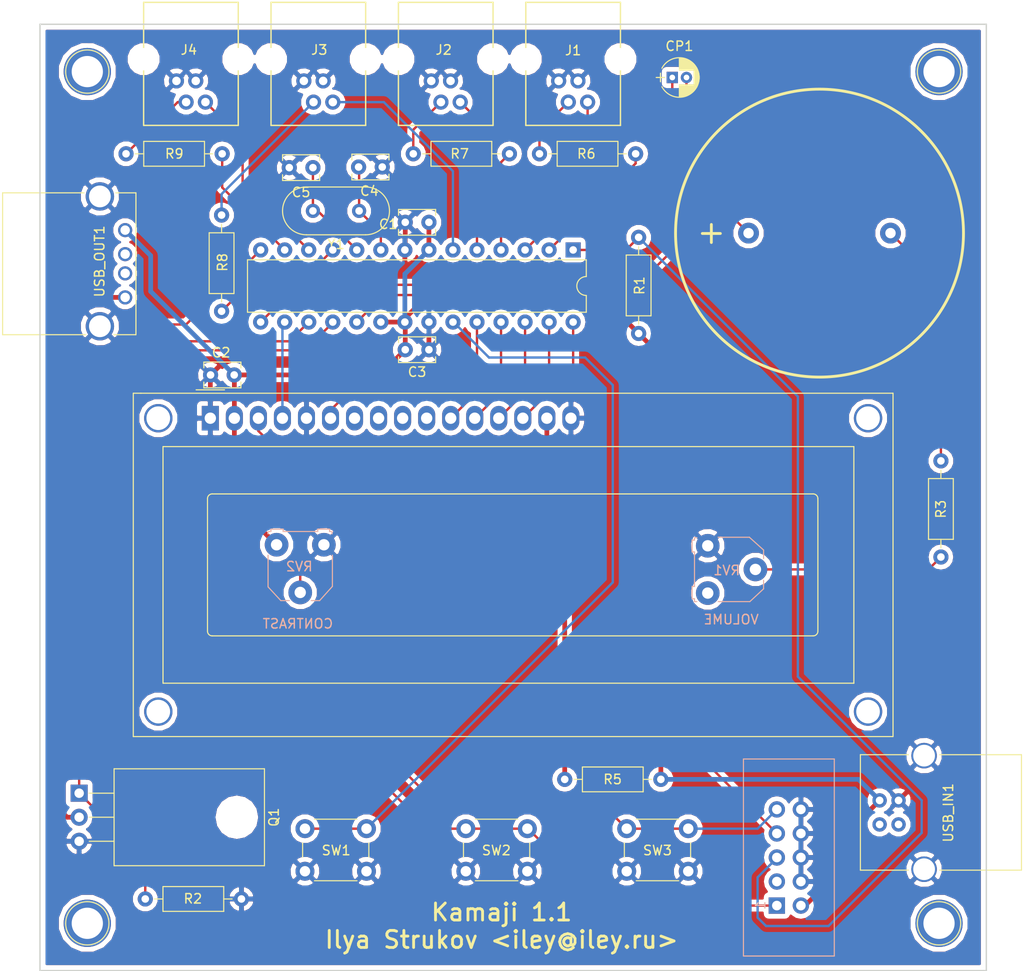
<source format=kicad_pcb>
(kicad_pcb (version 4) (host pcbnew 4.0.6)
  (title_block (title Kamaji) (rev 1.1))
  (layers (0 F.Cu signal) (31 B.Cu signal) (34 B.Paste user) (35 F.Paste user) (36 B.SilkS user) (37 F.SilkS user) (38 B.Mask user) (39 F.Mask user) (44 Edge.Cuts user))
  (net 0 "")
  (net 1 VCC)
  (net 2 GND)
  (net 3 "Net-(DS1-Pad3)")
  (net 4 LCD_RS)
  (net 5 LCD_EN)
  (net 6 LCD_D0)
  (net 7 LCD_D1)
  (net 8 LCD_D2)
  (net 9 LCD_D3)
  (net 10 "Net-(DS1-Pad15)")
  (net 11 PBTN1)
  (net 12 "Net-(J2-Pad2)")
  (net 13 PBTN2)
  (net 14 "Net-(J3-Pad2)")
  (net 15 "Net-(J4-Pad2)")
  (net 16 CBTN3)
  (net 17 SCK)
  (net 18 CBTN2)
  (net 19 RST)
  (net 20 "Net-(LS1-Pad2)")
  (net 21 SND)
  (net 22 LAMP)
  (net 23 PLED1)
  (net 24 PLED2)
  (net 25 CBTN1)
  (net 26 PBTN3)
  (net 27 PLED3)
  (net 28 PBTN4)
  (net 29 PLED4)
  (net 30 "Net-(Q1-Pad2)")
  (net 31 "Net-(R3-Pad2)")
  (net 32 "Net-(DS1-Pad7)")
  (net 33 "Net-(DS1-Pad8)")
  (net 34 "Net-(DS1-Pad9)")
  (net 35 "Net-(DS1-Pad10)")
  (net 36 "Net-(RV1-Pad1)")
  (net 37 "Net-(USB_IN1-Pad2)")
  (net 38 "Net-(USB_IN1-Pad3)")
  (net 39 "Net-(USB_OUT1-Pad3)")
  (net 40 "Net-(USB_OUT1-Pad2)")
  (net 41 "Net-(CP1-Pad2)")
  (net 42 "Net-(JP1-Pad3)")
  (net 43 "Net-(J1-Pad2)")
  (net 44 XTAL1)
  (net 45 XTAL2)
  (module Housings_DIP:DIP-28_W7.62mm (layer F.Cu) (at 156.337 53.848 270)
    (fp_text reference U1 hide)
    (fp_text value ATMEGA328P-PU)
    (pad 1 thru_hole rect (at 0 0 270) (size 1.6 1.6) (drill 0.8) (layers *.Cu *.Mask) (net 19 RST))
    (pad 15 thru_hole oval (at 7.62 33.02 270) (size 1.6 1.6) (drill 0.8) (layers *.Cu *.Mask) (net 21 SND))
    (pad 2 thru_hole oval (at 0 2.54 270) (size 1.6 1.6) (drill 0.8) (layers *.Cu *.Mask) (net 23 PLED1))
    (pad 16 thru_hole oval (at 7.62 30.48 270) (size 1.6 1.6) (drill 0.8) (layers *.Cu *.Mask) (net 4 LCD_RS))
    (pad 3 thru_hole oval (at 0 5.08 270) (size 1.6 1.6) (drill 0.8) (layers *.Cu *.Mask) (net 11 PBTN1))
    (pad 17 thru_hole oval (at 7.62 27.94 270) (size 1.6 1.6) (drill 0.8) (layers *.Cu *.Mask) (net 18 CBTN2))
    (pad 4 thru_hole oval (at 0 7.62 270) (size 1.6 1.6) (drill 0.8) (layers *.Cu *.Mask) (net 24 PLED2))
    (pad 18 thru_hole oval (at 7.62 25.4 270) (size 1.6 1.6) (drill 0.8) (layers *.Cu *.Mask) (net 16 CBTN3))
    (pad 5 thru_hole oval (at 0 10.16 270) (size 1.6 1.6) (drill 0.8) (layers *.Cu *.Mask) (net 13 PBTN2))
    (pad 19 thru_hole oval (at 7.62 22.86 270) (size 1.6 1.6) (drill 0.8) (layers *.Cu *.Mask) (net 17 SCK))
    (pad 6 thru_hole oval (at 0 12.7 270) (size 1.6 1.6) (drill 0.8) (layers *.Cu *.Mask) (net 26 PBTN3))
    (pad 20 thru_hole oval (at 7.62 20.32 270) (size 1.6 1.6) (drill 0.8) (layers *.Cu *.Mask) (net 1 VCC))
    (pad 7 thru_hole oval (at 0 15.24 270) (size 1.6 1.6) (drill 0.8) (layers *.Cu *.Mask) (net 1 VCC))
    (pad 21 thru_hole oval (at 7.62 17.78 270) (size 1.6 1.6) (drill 0.8) (layers *.Cu *.Mask) (net 1 VCC))
    (pad 8 thru_hole oval (at 0 17.78 270) (size 1.6 1.6) (drill 0.8) (layers *.Cu *.Mask) (net 2 GND))
    (pad 22 thru_hole oval (at 7.62 15.24 270) (size 1.6 1.6) (drill 0.8) (layers *.Cu *.Mask) (net 2 GND))
    (pad 9 thru_hole oval (at 0 20.32 270) (size 1.6 1.6) (drill 0.8) (layers *.Cu *.Mask) (net 44 XTAL1))
    (pad 23 thru_hole oval (at 7.62 12.7 270) (size 1.6 1.6) (drill 0.8) (layers *.Cu *.Mask) (net 25 CBTN1))
    (pad 10 thru_hole oval (at 0 22.86 270) (size 1.6 1.6) (drill 0.8) (layers *.Cu *.Mask) (net 45 XTAL2))
    (pad 24 thru_hole oval (at 7.62 10.16 270) (size 1.6 1.6) (drill 0.8) (layers *.Cu *.Mask) (net 5 LCD_EN))
    (pad 11 thru_hole oval (at 0 25.4 270) (size 1.6 1.6) (drill 0.8) (layers *.Cu *.Mask) (net 27 PLED3))
    (pad 25 thru_hole oval (at 7.62 7.62 270) (size 1.6 1.6) (drill 0.8) (layers *.Cu *.Mask) (net 6 LCD_D0))
    (pad 12 thru_hole oval (at 0 27.94 270) (size 1.6 1.6) (drill 0.8) (layers *.Cu *.Mask) (net 28 PBTN4))
    (pad 26 thru_hole oval (at 7.62 5.08 270) (size 1.6 1.6) (drill 0.8) (layers *.Cu *.Mask) (net 7 LCD_D1))
    (pad 13 thru_hole oval (at 0 30.48 270) (size 1.6 1.6) (drill 0.8) (layers *.Cu *.Mask) (net 29 PLED4))
    (pad 27 thru_hole oval (at 7.62 2.54 270) (size 1.6 1.6) (drill 0.8) (layers *.Cu *.Mask) (net 8 LCD_D2))
    (pad 14 thru_hole oval (at 0 33.02 270) (size 1.6 1.6) (drill 0.8) (layers *.Cu *.Mask) (net 22 LAMP))
    (pad 28 thru_hole oval (at 7.62 0 270) (size 1.6 1.6) (drill 0.8) (layers *.Cu *.Mask) (net 9 LCD_D3))
  )
  (module Displays:WC1602A (layer F.Cu) (at 118 71.628)
    (fp_text reference DS1 hide)
    (fp_text value LCD-016N002L)
    (pad 1 thru_hole rect (at 0 0) (size 1.8 2.6) (drill 1.2) (layers *.Cu *.Mask) (net 2 GND))
    (pad 2 thru_hole oval (at 2.54 0) (size 1.8 2.6) (drill 1.2) (layers *.Cu *.Mask) (net 1 VCC))
    (pad 3 thru_hole oval (at 5.08 0) (size 1.8 2.6) (drill 1.2) (layers *.Cu *.Mask) (net 3 "Net-(DS1-Pad3)"))
    (pad 4 thru_hole oval (at 7.62 0) (size 1.8 2.6) (drill 1.2) (layers *.Cu *.Mask) (net 4 LCD_RS))
    (pad 5 thru_hole oval (at 10.16 0) (size 1.8 2.6) (drill 1.2) (layers *.Cu *.Mask) (net 2 GND))
    (pad 6 thru_hole oval (at 12.7 0) (size 1.8 2.6) (drill 1.2) (layers *.Cu *.Mask) (net 5 LCD_EN))
    (pad 7 thru_hole oval (at 15.24 0) (size 1.8 2.6) (drill 1.2) (layers *.Cu *.Mask) (net 32 "Net-(DS1-Pad7)"))
    (pad 8 thru_hole oval (at 17.78 0) (size 1.8 2.6) (drill 1.2) (layers *.Cu *.Mask) (net 33 "Net-(DS1-Pad8)"))
    (pad 9 thru_hole oval (at 20.32 0) (size 1.8 2.6) (drill 1.2) (layers *.Cu *.Mask) (net 34 "Net-(DS1-Pad9)"))
    (pad 10 thru_hole oval (at 22.86 0) (size 1.8 2.6) (drill 1.2) (layers *.Cu *.Mask) (net 35 "Net-(DS1-Pad10)"))
    (pad 11 thru_hole oval (at 25.4 0) (size 1.8 2.6) (drill 1.2) (layers *.Cu *.Mask) (net 6 LCD_D0))
    (pad 12 thru_hole oval (at 27.94 0) (size 1.8 2.6) (drill 1.2) (layers *.Cu *.Mask) (net 7 LCD_D1))
    (pad 13 thru_hole oval (at 30.48 0) (size 1.8 2.6) (drill 1.2) (layers *.Cu *.Mask) (net 8 LCD_D2))
    (pad 14 thru_hole oval (at 33.02 0) (size 1.8 2.6) (drill 1.2) (layers *.Cu *.Mask) (net 9 LCD_D3))
    (pad 15 thru_hole oval (at 35.56 0) (size 1.8 2.6) (drill 1.2) (layers *.Cu *.Mask) (net 10 "Net-(DS1-Pad15)"))
    (pad 16 thru_hole oval (at 38.1 0) (size 1.8 2.6) (drill 1.2) (layers *.Cu *.Mask) (net 2 GND))
    (pad "" thru_hole circle (at -5.4991 0) (size 3 3) (drill 2.5) (layers *.Cu *.Mask))
    (pad "" thru_hole circle (at -5.4991 31.0007) (size 3 3) (drill 2.5) (layers *.Cu *.Mask))
    (pad "" thru_hole circle (at 69.49948 31.0007) (size 3 3) (drill 2.5) (layers *.Cu *.Mask))
    (pad "" thru_hole circle (at 69.5 0) (size 3 3) (drill 2.5) (layers *.Cu *.Mask))
  )
  (module Connectors:1pin (layer F.Cu) (at 195 35)
    (fp_text reference REF** hide)
    (fp_text value 1pin hide)
    (pad 1 thru_hole circle (at 0 0) (size 5 5) (drill 3.3) (layers *.Cu *.Mask))
  )
  (module Connectors:1pin (layer F.Cu) (at 195 125)
    (fp_text reference REF** hide)
    (fp_text value 1pin hide)
    (pad 1 thru_hole circle (at 0 0) (size 5 5) (drill 3.3) (layers *.Cu *.Mask))
  )
  (module Connectors:1pin (layer F.Cu) (at 105 125)
    (fp_text reference REF** hide)
    (fp_text value 1pin hide)
    (pad 1 thru_hole circle (at 0 0) (size 5 5) (drill 3.3) (layers *.Cu *.Mask))
  )
  (module Capacitors_THT:C_Disc_D3.8mm_W2.6mm_P2.50mm (layer F.Cu) (at 141.097 50.927 180)
    (fp_text reference C1 (at 4.3 -0.2 180) (layer F.SilkS))
    (fp_text value 0.1uF)
    (pad 1 thru_hole circle (at 0 0 180) (size 1.6 1.6) (drill 0.8) (layers *.Cu *.Mask) (net 1 VCC))
    (pad 2 thru_hole circle (at 2.5 0 180) (size 1.6 1.6) (drill 0.8) (layers *.Cu *.Mask) (net 2 GND))
  )
  (module Capacitors_THT:C_Disc_D3.8mm_W2.6mm_P2.50mm (layer F.Cu) (at 120.523 67.056 180)
    (fp_text reference C2 (at 1.382 2.356 180) (layer F.SilkS))
    (fp_text value 0.1uF)
    (pad 1 thru_hole circle (at 0 0 180) (size 1.6 1.6) (drill 0.8) (layers *.Cu *.Mask) (net 1 VCC))
    (pad 2 thru_hole circle (at 2.5 0 180) (size 1.6 1.6) (drill 0.8) (layers *.Cu *.Mask) (net 2 GND))
  )
  (module kamaji:RJ10 (layer F.Cu) (at 142.875 27.686 180)
    (fp_text reference J2 (at 0.215 -5.02 180) (layer F.SilkS))
    (fp_text value RJ10)
    (pad 1 thru_hole circle (at 1.53 -8.3 180) (size 1.6 1.6) (drill 0.9) (layers *.Cu *.Mask) (net 2 GND))
    (pad 2 thru_hole circle (at 0.51 -10.54 180) (size 1.6 1.6) (drill 0.9) (layers *.Cu *.Mask) (net 12 "Net-(J2-Pad2)"))
    (pad 3 thru_hole circle (at -0.51 -8.3 180) (size 1.6 1.6) (drill 0.9) (layers *.Cu *.Mask) (net 2 GND))
    (pad 4 thru_hole circle (at -1.53 -10.54 180) (size 1.6 1.6) (drill 0.9) (layers *.Cu *.Mask) (net 13 PBTN2))
    (pad "" np_thru_hole circle (at 5 -6 180) (size 2.36 2.36) (drill 2.36) (layers *.Cu *.Mask))
    (pad "" np_thru_hole circle (at -5 -6 180) (size 2.36 2.36) (drill 2.36) (layers *.Cu *.Mask))
  )
  (module kamaji:RJ10 (layer F.Cu) (at 129.413 27.686 180)
    (fp_text reference J3 (at -0.1 -5.02 180) (layer F.SilkS))
    (fp_text value RJ10)
    (pad 1 thru_hole circle (at 1.53 -8.3 180) (size 1.6 1.6) (drill 0.9) (layers *.Cu *.Mask) (net 2 GND))
    (pad 2 thru_hole circle (at 0.51 -10.54 180) (size 1.6 1.6) (drill 0.9) (layers *.Cu *.Mask) (net 14 "Net-(J3-Pad2)"))
    (pad 3 thru_hole circle (at -0.51 -8.3 180) (size 1.6 1.6) (drill 0.9) (layers *.Cu *.Mask) (net 2 GND))
    (pad 4 thru_hole circle (at -1.53 -10.54 180) (size 1.6 1.6) (drill 0.9) (layers *.Cu *.Mask) (net 26 PBTN3))
    (pad "" np_thru_hole circle (at 5 -6 180) (size 2.36 2.36) (drill 2.36) (layers *.Cu *.Mask))
    (pad "" np_thru_hole circle (at -5 -6 180) (size 2.36 2.36) (drill 2.36) (layers *.Cu *.Mask))
  )
  (module kamaji:RJ10 (layer F.Cu) (at 115.951 27.686 180)
    (fp_text reference J4 (at 0.22 -5.02 180) (layer F.SilkS))
    (fp_text value RJ10)
    (pad 1 thru_hole circle (at 1.53 -8.3 180) (size 1.6 1.6) (drill 0.9) (layers *.Cu *.Mask) (net 2 GND))
    (pad 2 thru_hole circle (at 0.51 -10.54 180) (size 1.6 1.6) (drill 0.9) (layers *.Cu *.Mask) (net 15 "Net-(J4-Pad2)"))
    (pad 3 thru_hole circle (at -0.51 -8.3 180) (size 1.6 1.6) (drill 0.9) (layers *.Cu *.Mask) (net 2 GND))
    (pad 4 thru_hole circle (at -1.53 -10.54 180) (size 1.6 1.6) (drill 0.9) (layers *.Cu *.Mask) (net 28 PBTN4))
    (pad "" np_thru_hole circle (at 5 -6 180) (size 2.36 2.36) (drill 2.36) (layers *.Cu *.Mask))
    (pad "" np_thru_hole circle (at -5 -6 180) (size 2.36 2.36) (drill 2.36) (layers *.Cu *.Mask))
  )
  (module kamaji:AL-30P (layer F.Cu) (at 182.372 52.07)
    (fp_text reference LS1 hide)
    (fp_text value Speaker)
    (fp_text user + (at -11.43 -0.15) (layer F.SilkS) (effects (font (size 2.5 2.5) (thickness 0.3))))
    (pad 1 thru_hole circle (at -7.5 0) (size 2.2 2.2) (drill 1.1) (layers *.Cu *.Mask) (net 41 "Net-(CP1-Pad2)"))
    (pad 2 thru_hole circle (at 7.5 0) (size 2.2 2.2) (drill 1.1) (layers *.Cu *.Mask) (net 20 "Net-(LS1-Pad2)"))
  )
  (module Resistors_THT:R_Axial_DIN0207_L6.3mm_D2.5mm_P10.16mm_Horizontal (layer F.Cu) (at 163.2585 52.5145 270)
    (fp_text reference R1 (at 5.1 -0.1 270) (layer F.SilkS))
    (fp_text value 10K)
    (pad 1 thru_hole circle (at 0 0 270) (size 1.6 1.6) (drill 0.8) (layers *.Cu *.Mask) (net 19 RST))
    (pad 2 thru_hole oval (at 10.16 0 270) (size 1.6 1.6) (drill 0.8) (layers *.Cu *.Mask) (net 1 VCC))
  )
  (module Resistors_THT:R_Axial_DIN0207_L6.3mm_D2.5mm_P10.16mm_Horizontal (layer F.Cu) (at 111.125 122.428)
    (fp_text reference R2 (at 5.034 -0.026) (layer F.SilkS))
    (fp_text value 10K)
    (pad 1 thru_hole circle (at 0 0) (size 1.6 1.6) (drill 0.8) (layers *.Cu *.Mask) (net 22 LAMP))
    (pad 2 thru_hole oval (at 10.16 0) (size 1.6 1.6) (drill 0.8) (layers *.Cu *.Mask) (net 2 GND))
  )
  (module Resistors_THT:R_Axial_DIN0207_L6.3mm_D2.5mm_P10.16mm_Horizontal (layer F.Cu) (at 195.199 76.1365 270)
    (fp_text reference R3 (at 5.1 0 270) (layer F.SilkS))
    (fp_text value 100R)
    (pad 1 thru_hole circle (at 0 0 270) (size 1.6 1.6) (drill 0.8) (layers *.Cu *.Mask) (net 20 "Net-(LS1-Pad2)"))
    (pad 2 thru_hole oval (at 10.16 0 270) (size 1.6 1.6) (drill 0.8) (layers *.Cu *.Mask) (net 31 "Net-(R3-Pad2)"))
  )
  (module Resistors_THT:R_Axial_DIN0207_L6.3mm_D2.5mm_P10.16mm_Horizontal (layer F.Cu) (at 165.608 109.7915 180)
    (fp_text reference R5 (at 5.1 0 180) (layer F.SilkS))
    (fp_text value 220R)
    (pad 1 thru_hole circle (at 0 0 180) (size 1.6 1.6) (drill 0.8) (layers *.Cu *.Mask) (net 1 VCC))
    (pad 2 thru_hole oval (at 10.16 0 180) (size 1.6 1.6) (drill 0.8) (layers *.Cu *.Mask) (net 10 "Net-(DS1-Pad15)"))
  )
  (module Resistors_THT:R_Axial_DIN0207_L6.3mm_D2.5mm_P10.16mm_Horizontal (layer F.Cu) (at 139.446 43.688)
    (fp_text reference R7 (at 4.9 0) (layer F.SilkS))
    (fp_text value 220R)
    (pad 1 thru_hole circle (at 0 0) (size 1.6 1.6) (drill 0.8) (layers *.Cu *.Mask) (net 12 "Net-(J2-Pad2)"))
    (pad 2 thru_hole oval (at 10.16 0) (size 1.6 1.6) (drill 0.8) (layers *.Cu *.Mask) (net 24 PLED2))
  )
  (module Resistors_THT:R_Axial_DIN0207_L6.3mm_D2.5mm_P10.16mm_Horizontal (layer F.Cu) (at 119.1895 50.165 270)
    (fp_text reference R8 (at 5 -0.1 270) (layer F.SilkS))
    (fp_text value 220R)
    (pad 1 thru_hole circle (at 0 0 270) (size 1.6 1.6) (drill 0.8) (layers *.Cu *.Mask) (net 14 "Net-(J3-Pad2)"))
    (pad 2 thru_hole oval (at 10.16 0 270) (size 1.6 1.6) (drill 0.8) (layers *.Cu *.Mask) (net 27 PLED3))
  )
  (module Resistors_THT:R_Axial_DIN0207_L6.3mm_D2.5mm_P10.16mm_Horizontal (layer F.Cu) (at 109.093 43.688)
    (fp_text reference R9 (at 5.1 0) (layer F.SilkS))
    (fp_text value 220R)
    (pad 1 thru_hole circle (at 0 0) (size 1.6 1.6) (drill 0.8) (layers *.Cu *.Mask) (net 15 "Net-(J4-Pad2)"))
    (pad 2 thru_hole oval (at 10.16 0) (size 1.6 1.6) (drill 0.8) (layers *.Cu *.Mask) (net 29 PLED4))
  )
  (module Potentiometers:Potentiometer_Triwood_RM-065 (layer B.Cu) (at 170.561 90.1065 90)
    (fp_text reference RV1 (at 2.4 2 360) (layer B.SilkS) (effects (justify mirror)))
    (fp_text value POT)
    (pad 2 thru_hole circle (at 2.5 5.04 90) (size 2.5 2.5) (drill 1.2) (layers *.Cu *.Mask) (net 31 "Net-(R3-Pad2)"))
    (pad 3 thru_hole circle (at 5 0 90) (size 2.5 2.5) (drill 1.2) (layers *.Cu *.Mask) (net 2 GND))
    (pad 1 thru_hole circle (at 0 0 90) (size 2.5 2.5) (drill 1.2) (layers *.Cu *.Mask) (net 36 "Net-(RV1-Pad1)"))
  )
  (module Potentiometers:Potentiometer_Triwood_RM-065 (layer B.Cu) (at 125 85)
    (fp_text reference RV2 (at 2.4 2.3) (layer B.SilkS) (effects (justify mirror)))
    (fp_text value POT)
    (pad 2 thru_hole circle (at 2.5 5.04) (size 2.5 2.5) (drill 1.2) (layers *.Cu *.Mask) (net 3 "Net-(DS1-Pad3)"))
    (pad 3 thru_hole circle (at 5 0) (size 2.5 2.5) (drill 1.2) (layers *.Cu *.Mask) (net 2 GND))
    (pad 1 thru_hole circle (at 0 0) (size 2.5 2.5) (drill 1.2) (layers *.Cu *.Mask) (net 1 VCC))
  )
  (module Connectors:USB_B (layer F.Cu) (at 188.722 112.014)
    (fp_text reference USB_IN1 (at 7.26 1.305 90) (layer F.SilkS))
    (fp_text value USB_B)
    (pad 2 thru_hole circle (at 0 2.54 270) (size 1.52 1.52) (drill 0.81) (layers *.Cu *.Mask) (net 37 "Net-(USB_IN1-Pad2)"))
    (pad 1 thru_hole circle (at 0 0 270) (size 1.52 1.52) (drill 0.81) (layers *.Cu *.Mask) (net 1 VCC))
    (pad 4 thru_hole circle (at 2 0 270) (size 1.52 1.52) (drill 0.81) (layers *.Cu *.Mask) (net 2 GND))
    (pad 3 thru_hole circle (at 2 2.54 270) (size 1.52 1.52) (drill 0.81) (layers *.Cu *.Mask) (net 38 "Net-(USB_IN1-Pad3)"))
    (pad 5 thru_hole circle (at 4.7 7.27 270) (size 2.7 2.7) (drill 2.3) (layers *.Cu *.Mask) (net 2 GND))
    (pad 5 thru_hole circle (at 4.7 -4.73 270) (size 2.7 2.7) (drill 2.3) (layers *.Cu *.Mask) (net 2 GND))
  )
  (module Connectors:USB_A (layer F.Cu) (at 109 51.7525 270)
    (fp_text reference USB_OUT1 (at 3.3 2.7 270) (layer F.SilkS))
    (fp_text value USB_A)
    (pad 4 thru_hole circle (at 7.11 0 180) (size 1.5 1.5) (drill 1) (layers *.Cu *.Mask) (net 30 "Net-(Q1-Pad2)"))
    (pad 3 thru_hole circle (at 4.57 0 180) (size 1.5 1.5) (drill 1) (layers *.Cu *.Mask) (net 39 "Net-(USB_OUT1-Pad3)"))
    (pad 2 thru_hole circle (at 2.54 0 180) (size 1.5 1.5) (drill 1) (layers *.Cu *.Mask) (net 40 "Net-(USB_OUT1-Pad2)"))
    (pad 1 thru_hole circle (at 0 0 180) (size 1.5 1.5) (drill 1) (layers *.Cu *.Mask) (net 1 VCC))
    (pad 5 thru_hole circle (at 10.16 2.67 180) (size 3 3) (drill 2.3) (layers *.Cu *.Mask) (net 2 GND))
    (pad 5 thru_hole circle (at -3.56 2.67 180) (size 3 3) (drill 2.3) (layers *.Cu *.Mask) (net 2 GND))
  )
  (module Capacitors_THT:C_Disc_D3.8mm_W2.6mm_P2.50mm (layer F.Cu) (at 141.097 64.389 180)
    (fp_text reference C3 (at 1.25 -2.36 180) (layer F.SilkS))
    (fp_text value 0.1uF)
    (pad 1 thru_hole circle (at 0 0 180) (size 1.6 1.6) (drill 0.8) (layers *.Cu *.Mask) (net 2 GND))
    (pad 2 thru_hole circle (at 2.5 0 180) (size 1.6 1.6) (drill 0.8) (layers *.Cu *.Mask) (net 1 VCC))
  )
  (module Buttons_Switches_THT:SW_PUSH_6mm_h8.5mm (layer F.Cu) (at 128 115)
    (fp_text reference SW1 (at 3.3 2.3) (layer F.SilkS))
    (fp_text value CTRL1)
    (pad 2 thru_hole circle (at 0 4.5 90) (size 2 2) (drill 1.1) (layers *.Cu *.Mask) (net 2 GND))
    (pad 1 thru_hole circle (at 0 0 90) (size 2 2) (drill 1.1) (layers *.Cu *.Mask) (net 25 CBTN1))
    (pad 2 thru_hole circle (at 6.5 4.5 90) (size 2 2) (drill 1.1) (layers *.Cu *.Mask) (net 2 GND))
    (pad 1 thru_hole circle (at 6.5 0 90) (size 2 2) (drill 1.1) (layers *.Cu *.Mask) (net 25 CBTN1))
  )
  (module Buttons_Switches_THT:SW_PUSH_6mm_h8.5mm (layer F.Cu) (at 145 115)
    (fp_text reference SW2 (at 3.225 2.3) (layer F.SilkS))
    (fp_text value CTRL2)
    (pad 2 thru_hole circle (at 0 4.5 90) (size 2 2) (drill 1.1) (layers *.Cu *.Mask) (net 2 GND))
    (pad 1 thru_hole circle (at 0 0 90) (size 2 2) (drill 1.1) (layers *.Cu *.Mask) (net 18 CBTN2))
    (pad 2 thru_hole circle (at 6.5 4.5 90) (size 2 2) (drill 1.1) (layers *.Cu *.Mask) (net 2 GND))
    (pad 1 thru_hole circle (at 6.5 0 90) (size 2 2) (drill 1.1) (layers *.Cu *.Mask) (net 18 CBTN2))
  )
  (module Buttons_Switches_THT:SW_PUSH_6mm_h8.5mm (layer F.Cu) (at 162 115)
    (fp_text reference SW3 (at 3.25 2.3) (layer F.SilkS))
    (fp_text value CTRL3)
    (pad 2 thru_hole circle (at 0 4.5 90) (size 2 2) (drill 1.1) (layers *.Cu *.Mask) (net 2 GND))
    (pad 1 thru_hole circle (at 0 0 90) (size 2 2) (drill 1.1) (layers *.Cu *.Mask) (net 16 CBTN3))
    (pad 2 thru_hole circle (at 6.5 4.5 90) (size 2 2) (drill 1.1) (layers *.Cu *.Mask) (net 2 GND))
    (pad 1 thru_hole circle (at 6.5 0 90) (size 2 2) (drill 1.1) (layers *.Cu *.Mask) (net 16 CBTN3))
  )
  (module TO_SOT_Packages_THT:TO-220_Horizontal (layer F.Cu) (at 104.14 111.252 270)
    (fp_text reference Q1 (at 2.54 -20.58 270) (layer F.SilkS))
    (fp_text value IRF540N)
    (pad 0 np_thru_hole oval (at 2.54 -16.66 270) (size 3.5 3.5) (drill 3.5) (layers *.Cu *.Mask))
    (pad 1 thru_hole rect (at 0 0 270) (size 1.8 1.8) (drill 1) (layers *.Cu *.Mask) (net 22 LAMP))
    (pad 2 thru_hole oval (at 2.54 0 270) (size 1.8 1.8) (drill 1) (layers *.Cu *.Mask) (net 30 "Net-(Q1-Pad2)"))
    (pad 3 thru_hole oval (at 5.08 0 270) (size 1.8 1.8) (drill 1) (layers *.Cu *.Mask) (net 2 GND))
  )
  (module Connectors:1pin (layer F.Cu) (at 105 35)
    (fp_text reference REF** hide)
    (fp_text value 1pin hide)
    (pad 1 thru_hole circle (at 0 0) (size 5 5) (drill 3.3) (layers *.Cu *.Mask))
  )
  (module Capacitors_THT:CP_Radial_D4.0mm_P1.50mm (layer F.Cu) (at 166.8145 35.6235)
    (fp_text reference CP1 (at 0.75 -3.31) (layer F.SilkS))
    (fp_text value 1uF)
    (pad 1 thru_hole rect (at 0 0) (size 1.2 1.2) (drill 0.6) (layers *.Cu *.Mask) (net 21 SND))
    (pad 2 thru_hole circle (at 1.5 0) (size 1.2 1.2) (drill 0.6) (layers *.Cu *.Mask) (net 41 "Net-(CP1-Pad2)"))
  )
  (module Connectors:IDC_Header_Straight_10pins (layer B.Cu) (at 177.8635 123.1265 90)
    (fp_text reference JP1 hide)
    (fp_text value ICSP)
    (fp_text user 1 (at 0.02 -1.72 90) (layer B.SilkS) (effects (font (thickness 0.12)) (justify mirror)))
    (pad 1 thru_hole rect (at 0 0 90) (size 1.7272 1.7272) (drill 1.016) (layers *.Cu *.Mask) (net 18 CBTN2))
    (pad 2 thru_hole oval (at 0 2.54 90) (size 1.7272 1.7272) (drill 1.016) (layers *.Cu *.Mask) (net 1 VCC))
    (pad 3 thru_hole oval (at 2.54 0 90) (size 1.7272 1.7272) (drill 1.016) (layers *.Cu *.Mask) (net 42 "Net-(JP1-Pad3)"))
    (pad 4 thru_hole oval (at 2.54 2.54 90) (size 1.7272 1.7272) (drill 1.016) (layers *.Cu *.Mask) (net 2 GND))
    (pad 5 thru_hole oval (at 5.08 0 90) (size 1.7272 1.7272) (drill 1.016) (layers *.Cu *.Mask) (net 19 RST))
    (pad 6 thru_hole oval (at 5.08 2.54 90) (size 1.7272 1.7272) (drill 1.016) (layers *.Cu *.Mask) (net 2 GND))
    (pad 7 thru_hole oval (at 7.62 0 90) (size 1.7272 1.7272) (drill 1.016) (layers *.Cu *.Mask) (net 17 SCK))
    (pad 8 thru_hole oval (at 7.62 2.54 90) (size 1.7272 1.7272) (drill 1.016) (layers *.Cu *.Mask) (net 2 GND))
    (pad 9 thru_hole oval (at 10.16 0 90) (size 1.7272 1.7272) (drill 1.016) (layers *.Cu *.Mask) (net 16 CBTN3))
    (pad 10 thru_hole oval (at 10.16 2.54 90) (size 1.7272 1.7272) (drill 1.016) (layers *.Cu *.Mask) (net 2 GND))
  )
  (module kamaji:RJ10 (layer F.Cu) (at 156.337 27.686 180)
    (fp_text reference J1 (at 0 -5.08 180) (layer F.SilkS))
    (fp_text value RJ10)
    (pad 1 thru_hole circle (at 1.53 -8.3 180) (size 1.6 1.6) (drill 0.9) (layers *.Cu *.Mask) (net 2 GND))
    (pad 2 thru_hole circle (at 0.51 -10.54 180) (size 1.6 1.6) (drill 0.9) (layers *.Cu *.Mask) (net 43 "Net-(J1-Pad2)"))
    (pad 3 thru_hole circle (at -0.51 -8.3 180) (size 1.6 1.6) (drill 0.9) (layers *.Cu *.Mask) (net 2 GND))
    (pad 4 thru_hole circle (at -1.53 -10.54 180) (size 1.6 1.6) (drill 0.9) (layers *.Cu *.Mask) (net 11 PBTN1))
    (pad "" np_thru_hole circle (at 5 -6 180) (size 2.36 2.36) (drill 2.36) (layers *.Cu *.Mask))
    (pad "" np_thru_hole circle (at -5 -6 180) (size 2.36 2.36) (drill 2.36) (layers *.Cu *.Mask))
  )
  (module Resistors_THT:R_Axial_DIN0207_L6.3mm_D2.5mm_P10.16mm_Horizontal (layer F.Cu) (at 152.781 43.688)
    (fp_text reference R6 (at 4.953 0) (layer F.SilkS))
    (fp_text value 220R)
    (pad 1 thru_hole circle (at 0 0) (size 1.6 1.6) (drill 0.8) (layers *.Cu *.Mask) (net 43 "Net-(J1-Pad2)"))
    (pad 2 thru_hole oval (at 10.16 0) (size 1.6 1.6) (drill 0.8) (layers *.Cu *.Mask) (net 23 PLED1))
  )
  (module Capacitors_THT:C_Disc_D3.8mm_W2.6mm_P2.50mm (layer F.Cu) (at 133.6675 45.085)
    (fp_text reference C4 (at 1.143 2.54) (layer F.SilkS))
    (fp_text value C)
    (pad 1 thru_hole circle (at 0 0) (size 1.6 1.6) (drill 0.8) (layers *.Cu *.Mask) (net 44 XTAL1))
    (pad 2 thru_hole circle (at 2.5 0) (size 1.6 1.6) (drill 0.8) (layers *.Cu *.Mask) (net 2 GND))
  )
  (module Capacitors_THT:C_Disc_D3.8mm_W2.6mm_P2.50mm (layer F.Cu) (at 128.8415 45.1485 180)
    (fp_text reference C5 (at 1.25 -2.61 180) (layer F.SilkS))
    (fp_text value C)
    (pad 1 thru_hole circle (at 0 0 180) (size 1.6 1.6) (drill 0.8) (layers *.Cu *.Mask) (net 45 XTAL2))
    (pad 2 thru_hole circle (at 2.5 0 180) (size 1.6 1.6) (drill 0.8) (layers *.Cu *.Mask) (net 2 GND))
  )
  (module Crystals:Crystal_HC49-U_Vertical (layer F.Cu) (at 133.7215 49.7205 180)
    (fp_text reference Y1 (at 2.44 -3.525 180) (layer F.SilkS))
    (fp_text value Crystal)
    (pad 1 thru_hole circle (at 0 0 180) (size 1.5 1.5) (drill 0.8) (layers *.Cu *.Mask) (net 44 XTAL1))
    (pad 2 thru_hole circle (at 4.88 0 180) (size 1.5 1.5) (drill 0.8) (layers *.Cu *.Mask) (net 45 XTAL2))
  )
  (gr_line (start 100 30) (end 200 30) (angle 90) (layer Edge.Cuts) (width 0.15))
  (gr_line (start 100 130) (end 100 30) (angle 90) (layer Edge.Cuts) (width 0.15))
  (gr_line (start 200 130) (end 100 130) (angle 90) (layer Edge.Cuts) (width 0.15))
  (gr_line (start 200 30) (end 200 130) (angle 90) (layer Edge.Cuts) (width 0.15))
  (gr_text VOLUME (at 173.0375 92.9005) (layer B.SilkS) (effects (font (size 1 1)) (justify mirror)))
  (gr_text CONTRAST (at 127.254 93.345) (layer B.SilkS) (effects (font (size 1 1)) (justify mirror)))
  (gr_text "Kamaji 1.1\nIlya Strukov <iley@iley.ru>" (at 148.7805 125.2855) (layer F.SilkS) (effects (font (size 1.8 1.8) (thickness 0.3))))
  (segment (start 111.6965 58.2295) (end 111.6965 54.449) (width 0.5) (layer B.Cu) (net 1))
  (segment (start 111.6965 54.449) (end 109 51.7525) (width 0.5) (layer B.Cu) (net 1))
  (segment (start 120.523 67.056) (end 111.6965 58.2295) (width 0.5) (layer B.Cu) (net 1))
  (segment (start 165.608 109.7915) (end 186.4995 109.7915) (width 0.5) (layer B.Cu) (net 1))
  (segment (start 186.4995 109.7915) (end 188.722 112.014) (width 0.5) (layer B.Cu) (net 1))
  (segment (start 138.557 61.468) (end 138.557 61.087) (width 0.5) (layer F.Cu) (net 1))
  (segment (start 138.557 61.087) (end 139.827 59.817) (width 0.5) (layer F.Cu) (net 1))
  (segment (start 160.401 59.817) (end 163.2585 62.6745) (width 0.5) (layer F.Cu) (net 1))
  (segment (start 139.827 59.817) (end 160.401 59.817) (width 0.5) (layer F.Cu) (net 1))
  (segment (start 165.608 109.7915) (end 165.608 65.024) (width 0.5) (layer F.Cu) (net 1))
  (segment (start 165.608 65.024) (end 163.2585 62.6745) (width 0.5) (layer F.Cu) (net 1))
  (segment (start 180.4035 123.1265) (end 180.848 123.1265) (width 0.5) (layer F.Cu) (net 1))
  (segment (start 180.848 123.1265) (end 185.166 118.8085) (width 0.5) (layer F.Cu) (net 1))
  (segment (start 185.166 115.57) (end 188.722 112.014) (width 0.5) (layer F.Cu) (net 1))
  (segment (start 185.166 118.8085) (end 185.166 115.57) (width 0.5) (layer F.Cu) (net 1))
  (segment (start 120.54 71.628) (end 120.54 80.54) (width 0.5) (layer F.Cu) (net 1))
  (segment (start 120.54 80.54) (end 125 85) (width 0.5) (layer F.Cu) (net 1))
  (segment (start 138.557 61.468) (end 136.017 61.468) (width 0.5) (layer F.Cu) (net 1))
  (segment (start 138.557 61.468) (end 138.557 56.388) (width 0.5) (layer B.Cu) (net 1))
  (segment (start 138.557 56.388) (end 141.097 53.848) (width 0.5) (layer B.Cu) (net 1))
  (segment (start 138.597 64.389) (end 138.597 61.508) (width 0.5) (layer F.Cu) (net 1))
  (segment (start 138.597 61.508) (end 138.557 61.468) (width 0.5) (layer F.Cu) (net 1))
  (segment (start 120.523 67.056) (end 135.93 67.056) (width 0.5) (layer F.Cu) (net 1))
  (segment (start 135.93 67.056) (end 138.597 64.389) (width 0.5) (layer F.Cu) (net 1))
  (segment (start 163.2585 62.6745) (end 163.0045 62.6745) (width 0.5) (layer F.Cu) (net 1))
  (segment (start 141.097 50.927) (end 141.097 53.848) (width 0.5) (layer F.Cu) (net 1))
  (segment (start 120.54 71.628) (end 120.54 67.073) (width 0.5) (layer F.Cu) (net 1))
  (segment (start 120.54 67.073) (end 120.523 67.056) (width 0.5) (layer F.Cu) (net 1))
  (segment (start 141.097 64.389) (end 141.097 61.468) (width 0.5) (layer F.Cu) (net 2))
  (segment (start 138.597 50.927) (end 138.597 53.808) (width 0.5) (layer F.Cu) (net 2))
  (segment (start 138.597 53.808) (end 138.557 53.848) (width 0.5) (layer F.Cu) (net 2))
  (segment (start 118 71.628) (end 118 67.079) (width 0.5) (layer F.Cu) (net 2))
  (segment (start 118 67.079) (end 118.023 67.056) (width 0.5) (layer F.Cu) (net 2))
  (segment (start 123.08 71.628) (end 123.08 72.9785) (width 0.25) (layer F.Cu) (net 3))
  (segment (start 127.5 77.3985) (end 127.5 90.04) (width 0.25) (layer F.Cu) (net 3))
  (segment (start 123.08 72.9785) (end 127.5 77.3985) (width 0.25) (layer F.Cu) (net 3))
  (segment (start 125.62 71.628) (end 125.62 61.705) (width 0.25) (layer B.Cu) (net 4))
  (segment (start 125.62 61.705) (end 125.857 61.468) (width 0.25) (layer B.Cu) (net 4))
  (segment (start 143.4465 68.2625) (end 146.177 65.532) (width 0.25) (layer F.Cu) (net 5))
  (segment (start 146.177 65.532) (end 146.177 61.468) (width 0.25) (layer F.Cu) (net 5))
  (segment (start 133.223 68.2625) (end 143.4465 68.2625) (width 0.25) (layer F.Cu) (net 5))
  (segment (start 130.7 70.7855) (end 133.223 68.2625) (width 0.25) (layer F.Cu) (net 5))
  (segment (start 130.7 71.628) (end 130.7 70.7855) (width 0.25) (layer F.Cu) (net 5))
  (segment (start 148.717 66.311) (end 143.4 71.628) (width 0.25) (layer F.Cu) (net 6))
  (segment (start 148.717 61.468) (end 148.717 66.311) (width 0.25) (layer F.Cu) (net 6))
  (segment (start 151.257 61.468) (end 151.257 66.311) (width 0.25) (layer F.Cu) (net 7))
  (segment (start 151.257 66.311) (end 145.94 71.628) (width 0.25) (layer F.Cu) (net 7))
  (segment (start 153.797 66.311) (end 148.48 71.628) (width 0.25) (layer F.Cu) (net 8))
  (segment (start 153.797 61.468) (end 153.797 66.311) (width 0.25) (layer F.Cu) (net 8))
  (segment (start 156.337 61.468) (end 156.337 66.311) (width 0.25) (layer F.Cu) (net 9))
  (segment (start 156.337 66.311) (end 151.02 71.628) (width 0.25) (layer F.Cu) (net 9))
  (segment (start 155.448 109.7915) (end 155.448 76.6445) (width 0.5) (layer F.Cu) (net 10))
  (segment (start 153.56 74.7565) (end 153.56 71.628) (width 0.5) (layer F.Cu) (net 10))
  (segment (start 155.448 76.6445) (end 153.56 74.7565) (width 0.5) (layer F.Cu) (net 10))
  (segment (start 157.867 38.226) (end 157.867 47.238) (width 0.25) (layer F.Cu) (net 11))
  (segment (start 157.867 47.238) (end 151.257 53.848) (width 0.25) (layer F.Cu) (net 11))
  (segment (start 139.446 43.688) (end 139.446 41.145) (width 0.25) (layer F.Cu) (net 12))
  (segment (start 139.446 41.145) (end 142.365 38.226) (width 0.25) (layer F.Cu) (net 12))
  (segment (start 146.177 53.848) (end 146.177 39.998) (width 0.25) (layer F.Cu) (net 13))
  (segment (start 146.177 39.998) (end 144.405 38.226) (width 0.25) (layer F.Cu) (net 13))
  (segment (start 119.1895 50.165) (end 119.1895 47.9395) (width 0.25) (layer B.Cu) (net 14))
  (segment (start 119.1895 47.9395) (end 128.903 38.226) (width 0.25) (layer B.Cu) (net 14))
  (segment (start 115.441 38.226) (end 114.555 38.226) (width 0.25) (layer F.Cu) (net 15))
  (segment (start 114.555 38.226) (end 109.093 43.688) (width 0.25) (layer F.Cu) (net 15))
  (segment (start 130.937 61.468) (end 130.937 61.5315) (width 0.25) (layer F.Cu) (net 16))
  (segment (start 130.937 61.5315) (end 128.016 64.4525) (width 0.25) (layer F.Cu) (net 16))
  (segment (start 128.016 64.4525) (end 116.205 64.4525) (width 0.25) (layer F.Cu) (net 16))
  (segment (start 116.205 64.4525) (end 115.2525 65.405) (width 0.25) (layer F.Cu) (net 16))
  (segment (start 115.2525 65.405) (end 115.2525 85.725) (width 0.25) (layer F.Cu) (net 16))
  (segment (start 115.2525 85.725) (end 141.859 112.3315) (width 0.25) (layer F.Cu) (net 16))
  (segment (start 141.859 112.3315) (end 159.3315 112.3315) (width 0.25) (layer F.Cu) (net 16))
  (segment (start 159.3315 112.3315) (end 162 115) (width 0.25) (layer F.Cu) (net 16))
  (segment (start 168.5 115) (end 175.83 115) (width 0.25) (layer B.Cu) (net 16))
  (segment (start 175.83 115) (end 177.8635 112.9665) (width 0.25) (layer B.Cu) (net 16))
  (segment (start 162 115) (end 168.5 115) (width 0.25) (layer F.Cu) (net 16))
  (segment (start 161.4805 58.6105) (end 136.3345 58.6105) (width 0.25) (layer F.Cu) (net 17))
  (segment (start 136.3345 58.6105) (end 133.477 61.468) (width 0.25) (layer F.Cu) (net 17))
  (segment (start 167.64 105.283) (end 167.64 64.77) (width 0.25) (layer F.Cu) (net 17))
  (segment (start 167.64 64.77) (end 161.4805 58.6105) (width 0.25) (layer F.Cu) (net 17))
  (segment (start 177.8635 115.5065) (end 167.64 105.283) (width 0.25) (layer F.Cu) (net 17))
  (segment (start 145 115) (end 141.035 115) (width 0.25) (layer F.Cu) (net 18))
  (segment (start 126.365 63.5) (end 128.397 61.468) (width 0.25) (layer F.Cu) (net 18))
  (segment (start 110.8075 63.5) (end 126.365 63.5) (width 0.25) (layer F.Cu) (net 18))
  (segment (start 109.4105 64.897) (end 110.8075 63.5) (width 0.25) (layer F.Cu) (net 18))
  (segment (start 109.4105 72.644) (end 109.4105 64.897) (width 0.25) (layer F.Cu) (net 18))
  (segment (start 113.3475 76.581) (end 109.4105 72.644) (width 0.25) (layer F.Cu) (net 18))
  (segment (start 113.3475 87.3125) (end 113.3475 76.581) (width 0.25) (layer F.Cu) (net 18))
  (segment (start 141.035 115) (end 113.3475 87.3125) (width 0.25) (layer F.Cu) (net 18))
  (segment (start 145 115) (end 145 114.9645) (width 0.25) (layer F.Cu) (net 18))
  (segment (start 128.397 61.468) (end 128.397 61.6585) (width 0.25) (layer F.Cu) (net 18))
  (segment (start 145 115) (end 151.5 115) (width 0.25) (layer F.Cu) (net 18))
  (segment (start 151.5 115) (end 151.576 115) (width 0.25) (layer F.Cu) (net 18))
  (segment (start 151.576 115) (end 159.7025 123.1265) (width 0.25) (layer F.Cu) (net 18))
  (segment (start 159.7025 123.1265) (end 177.8635 123.1265) (width 0.25) (layer F.Cu) (net 18))
  (segment (start 128.397 61.468) (end 128.397 61.5315) (width 0.25) (layer F.Cu) (net 18))
  (segment (start 150.772 114.554) (end 150.772 114.6405) (width 0.25) (layer F.Cu) (net 18))
  (segment (start 177.8635 118.0465) (end 177.8635 118.11) (width 0.25) (layer B.Cu) (net 19))
  (segment (start 177.8635 118.11) (end 175.8315 120.142) (width 0.25) (layer B.Cu) (net 19))
  (segment (start 180.086 69.342) (end 163.2585 52.5145) (width 0.25) (layer B.Cu) (net 19))
  (segment (start 180.086 98.933) (end 180.086 69.342) (width 0.25) (layer B.Cu) (net 19))
  (segment (start 193.167 112.014) (end 180.086 98.933) (width 0.25) (layer B.Cu) (net 19))
  (segment (start 193.167 115.443) (end 193.167 112.014) (width 0.25) (layer B.Cu) (net 19))
  (segment (start 183.3245 125.2855) (end 193.167 115.443) (width 0.25) (layer B.Cu) (net 19))
  (segment (start 176.7205 125.2855) (end 183.3245 125.2855) (width 0.25) (layer B.Cu) (net 19))
  (segment (start 175.8315 124.3965) (end 176.7205 125.2855) (width 0.25) (layer B.Cu) (net 19))
  (segment (start 175.8315 120.142) (end 175.8315 124.3965) (width 0.25) (layer B.Cu) (net 19))
  (segment (start 177.8635 118.0465) (end 177.8 118.0465) (width 0.25) (layer B.Cu) (net 19))
  (segment (start 163.2585 52.5145) (end 163.322 52.5145) (width 0.25) (layer B.Cu) (net 19))
  (segment (start 156.337 53.848) (end 161.925 53.848) (width 0.25) (layer F.Cu) (net 19))
  (segment (start 161.925 53.848) (end 163.2585 52.5145) (width 0.25) (layer F.Cu) (net 19))
  (segment (start 195.199 76.1365) (end 195.199 57.397) (width 0.25) (layer F.Cu) (net 20))
  (segment (start 195.199 57.397) (end 189.872 52.07) (width 0.25) (layer F.Cu) (net 20))
  (segment (start 123.317 61.468) (end 127.254 57.531) (width 0.25) (layer F.Cu) (net 21))
  (segment (start 166.8145 53.9115) (end 166.8145 35.6235) (width 0.25) (layer F.Cu) (net 21))
  (segment (start 163.195 57.531) (end 166.8145 53.9115) (width 0.25) (layer F.Cu) (net 21))
  (segment (start 127.254 57.531) (end 163.195 57.531) (width 0.25) (layer F.Cu) (net 21))
  (segment (start 123.317 61.468) (end 123.444 61.468) (width 0.25) (layer F.Cu) (net 21))
  (segment (start 123.317 61.468) (end 123.3805 61.468) (width 0.25) (layer F.Cu) (net 21))
  (segment (start 111.125 122.428) (end 111.125 118.237) (width 0.25) (layer F.Cu) (net 22))
  (segment (start 111.125 118.237) (end 104.14 111.252) (width 0.25) (layer F.Cu) (net 22))
  (segment (start 104.14 111.252) (end 104.14 103.632) (width 0.25) (layer F.Cu) (net 22))
  (segment (start 115.443 61.722) (end 123.317 53.848) (width 0.25) (layer F.Cu) (net 22))
  (segment (start 110.6805 61.722) (end 115.443 61.722) (width 0.25) (layer F.Cu) (net 22))
  (segment (start 107.95 64.4525) (end 110.6805 61.722) (width 0.25) (layer F.Cu) (net 22))
  (segment (start 107.95 73.7235) (end 107.95 64.4525) (width 0.25) (layer F.Cu) (net 22))
  (segment (start 111.379 77.1525) (end 107.95 73.7235) (width 0.25) (layer F.Cu) (net 22))
  (segment (start 111.379 96.393) (end 111.379 77.1525) (width 0.25) (layer F.Cu) (net 22))
  (segment (start 104.14 103.632) (end 111.379 96.393) (width 0.25) (layer F.Cu) (net 22))
  (segment (start 123.317 54.102) (end 123.317 53.848) (width 0.25) (layer F.Cu) (net 22))
  (segment (start 162.941 43.688) (end 162.941 44.704) (width 0.25) (layer F.Cu) (net 23))
  (segment (start 162.941 44.704) (end 153.797 53.848) (width 0.25) (layer F.Cu) (net 23))
  (segment (start 148.717 53.848) (end 148.717 44.577) (width 0.25) (layer F.Cu) (net 24))
  (segment (start 148.717 44.577) (end 149.606 43.688) (width 0.25) (layer F.Cu) (net 24))
  (segment (start 128 115) (end 134.5 115) (width 0.25) (layer F.Cu) (net 25))
  (segment (start 143.637 61.468) (end 143.7005 61.468) (width 0.25) (layer B.Cu) (net 25))
  (segment (start 143.7005 61.468) (end 147.447 65.2145) (width 0.25) (layer B.Cu) (net 25))
  (segment (start 147.447 65.2145) (end 157.607 65.2145) (width 0.25) (layer B.Cu) (net 25))
  (segment (start 157.607 65.2145) (end 160.528 68.1355) (width 0.25) (layer B.Cu) (net 25))
  (segment (start 160.528 68.1355) (end 160.528 88.972) (width 0.25) (layer B.Cu) (net 25))
  (segment (start 160.528 88.972) (end 134.5 115) (width 0.25) (layer B.Cu) (net 25))
  (segment (start 143.637 53.848) (end 143.637 45.5295) (width 0.25) (layer B.Cu) (net 26))
  (segment (start 136.3335 38.226) (end 130.943 38.226) (width 0.25) (layer B.Cu) (net 26))
  (segment (start 143.637 45.5295) (end 136.3335 38.226) (width 0.25) (layer B.Cu) (net 26))
  (segment (start 123.19 56.3245) (end 128.4605 56.3245) (width 0.25) (layer F.Cu) (net 27))
  (segment (start 128.4605 56.3245) (end 130.937 53.848) (width 0.25) (layer F.Cu) (net 27))
  (segment (start 119.1895 60.325) (end 123.19 56.3245) (width 0.25) (layer F.Cu) (net 27))
  (segment (start 128.397 53.848) (end 121.412 46.863) (width 0.25) (layer F.Cu) (net 28))
  (segment (start 121.412 42.157) (end 117.481 38.226) (width 0.25) (layer F.Cu) (net 28))
  (segment (start 121.412 46.863) (end 121.412 42.157) (width 0.25) (layer F.Cu) (net 28))
  (segment (start 119.253 43.688) (end 119.253 47.244) (width 0.25) (layer F.Cu) (net 29))
  (segment (start 119.253 47.244) (end 125.857 53.848) (width 0.25) (layer F.Cu) (net 29))
  (segment (start 104.14 113.792) (end 102.867208 113.792) (width 0.5) (layer F.Cu) (net 30))
  (segment (start 102.867208 113.792) (end 101.5365 112.461292) (width 0.5) (layer F.Cu) (net 30))
  (segment (start 101.5365 112.461292) (end 101.5365 62.2935) (width 0.5) (layer F.Cu) (net 30))
  (segment (start 101.5365 62.2935) (end 104.9675 58.8625) (width 0.5) (layer F.Cu) (net 30))
  (segment (start 104.9675 58.8625) (end 109 58.8625) (width 0.5) (layer F.Cu) (net 30))
  (segment (start 104.14 113.792) (end 103.8225 113.792) (width 0.5) (layer B.Cu) (net 30))
  (segment (start 104.14 113.792) (end 103.4415 113.792) (width 0.5) (layer B.Cu) (net 30))
  (segment (start 104.14 113.792) (end 103.759 113.792) (width 0.5) (layer F.Cu) (net 30))
  (segment (start 104.14 113.792) (end 103.251 113.792) (width 0.5) (layer F.Cu) (net 30))
  (segment (start 175.601 87.6065) (end 193.889 87.6065) (width 0.25) (layer F.Cu) (net 31))
  (segment (start 193.889 87.6065) (end 195.199 86.2965) (width 0.25) (layer F.Cu) (net 31))
  (segment (start 168.3145 35.6235) (end 168.3145 45.5125) (width 0.25) (layer F.Cu) (net 41))
  (segment (start 168.3145 45.5125) (end 174.872 52.07) (width 0.25) (layer F.Cu) (net 41))
  (segment (start 152.781 43.688) (end 152.781 41.272) (width 0.25) (layer F.Cu) (net 43))
  (segment (start 152.781 41.272) (end 155.827 38.226) (width 0.25) (layer F.Cu) (net 43))
  (segment (start 133.7215 49.7205) (end 133.7215 45.139) (width 0.25) (layer F.Cu) (net 44))
  (segment (start 133.7215 45.139) (end 133.6675 45.085) (width 0.25) (layer F.Cu) (net 44))
  (segment (start 136.017 53.848) (end 136.017 52.016) (width 0.25) (layer F.Cu) (net 44))
  (segment (start 136.017 52.016) (end 133.7215 49.7205) (width 0.25) (layer F.Cu) (net 44))
  (segment (start 133.477 53.848) (end 129.3495 49.7205) (width 0.25) (layer F.Cu) (net 45))
  (segment (start 129.3495 49.7205) (end 128.8415 49.7205) (width 0.25) (layer F.Cu) (net 45))
  (segment (start 128.8415 49.7205) (end 128.8415 45.1485) (width 0.25) (layer F.Cu) (net 45))
  (zone (net 2) (net_name GND) (layer F.Cu) (connect_pads (clearance 0.508)) (min_thickness 0.254) (fill yes (arc_segments 16) (thermal_gap 0.508) (thermal_bridge_width 0.508))
    (polygon (pts (xy 100.0125 30.0355) (xy 199.9615 30.0355) (xy 199.9615 129.9845) (xy 100.0125 129.9845)))
  )
  (zone (net 2) (net_name GND) (layer B.Cu) (connect_pads (clearance 0.508)) (min_thickness 0.254) (fill yes (arc_segments 16) (thermal_gap 0.508) (thermal_bridge_width 0.508))
    (polygon (pts (xy 100.0125 30.0355) (xy 199.9615 30.0355) (xy 199.9615 129.9845) (xy 100.0125 129.9845)))
  )
)
</source>
